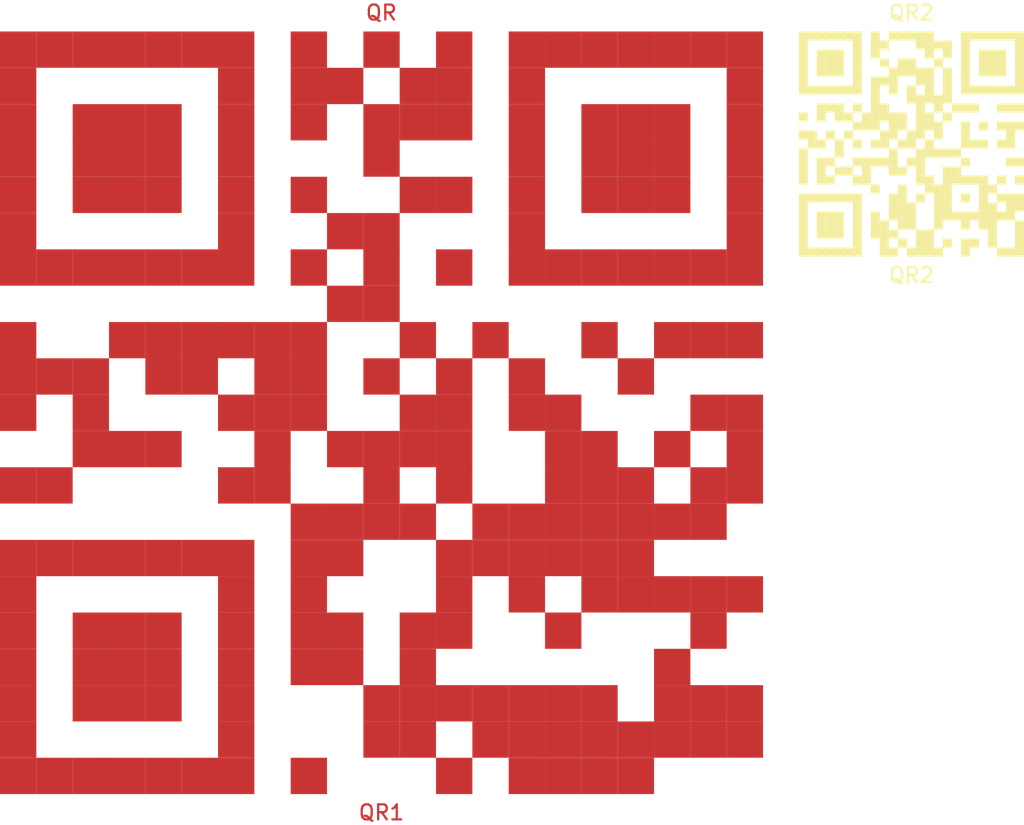
<source format=kicad_pcb>
(kicad_pcb (version 20211014) (generator pcbnew)
  (title_block (title "QR PCB") (rev "B"))
  (layers (0 "F.Cu" signal) (1 "In1.Cu" signal) (2 "In2.Cu" signal) (31 "B.Cu" signal) (34 "B.Paste" user) (35 "F.Paste" user) (36 "B.SilkS" user "B.Silkscreen") (37 "F.SilkS" user "F.Silkscreen") (38 "B.Mask" user) (39 "F.Mask" user) (44 "Edge.Cuts" user))
  (net 0 "")
  (footprint "qr:QR" (layer "F.Cu") (at 65.8 96.9)
    (fp_text reference "QR1" (at 0 26.65) (layer "F.Cu"))
    (fp_text value "QR" (at 0 -26.65) (layer "F.Cu"))
    (fp_poly (pts (xy 1.22 6.06) (xy 1.22 8.48) (xy 3.64 8.48) (xy 3.64 6.06)) (layer "F.Cu") (width 0) (fill solid))
    (fp_poly (pts (xy -20.56 -10.88) (xy -20.56 -8.46) (xy -18.14 -8.46) (xy -18.14 -10.88)) (layer "F.Cu") (width 0) (fill solid))
    (fp_poly (pts (xy -8.46 3.64) (xy -8.46 6.06) (xy -6.04 6.06) (xy -6.04 3.64)) (layer "F.Cu") (width 0) (fill solid))
    (fp_poly (pts (xy 23 -22.98) (xy 23 -20.56) (xy 25.42 -20.56) (xy 25.42 -22.98)) (layer "F.Cu") (width 0) (fill solid))
    (fp_poly (pts (xy 1.22 13.32) (xy 1.22 15.74) (xy 3.64 15.74) (xy 3.64 13.32)) (layer "F.Cu") (width 0) (fill solid))
    (fp_poly (pts (xy 23 -6.04) (xy 23 -3.62) (xy 25.42 -3.62) (xy 25.42 -6.04)) (layer "F.Cu") (width 0) (fill solid))
    (fp_poly (pts (xy 10.9 -10.88) (xy 10.9 -8.46) (xy 13.32 -8.46) (xy 13.32 -10.88)) (layer "F.Cu") (width 0) (fill solid))
    (fp_poly (pts (xy 15.74 6.06) (xy 15.74 8.48) (xy 18.16 8.48) (xy 18.16 6.06)) (layer "F.Cu") (width 0) (fill solid))
    (fp_poly (pts (xy 20.58 -25.4) (xy 20.58 -22.98) (xy 23 -22.98) (xy 23 -25.4)) (layer "F.Cu") (width 0) (fill solid))
    (fp_poly (pts (xy 3.64 -25.4) (xy 3.64 -22.98) (xy 6.06 -22.98) (xy 6.06 -25.4)) (layer "F.Cu") (width 0) (fill solid))
    (fp_poly (pts (xy 20.58 13.32) (xy 20.58 15.74) (xy 23 15.74) (xy 23 13.32)) (layer "F.Cu") (width 0) (fill solid))
    (fp_poly (pts (xy -3.62 -13.3) (xy -3.62 -10.88) (xy -1.2 -10.88) (xy -1.2 -13.3)) (layer "F.Cu") (width 0) (fill solid))
    (fp_poly (pts (xy -3.62 -22.98) (xy -3.62 -20.56) (xy -1.2 -20.56) (xy -1.2 -22.98)) (layer "F.Cu") (width 0) (fill solid))
    (fp_poly (pts (xy 1.22 15.74) (xy 1.22 18.16) (xy 3.64 18.16) (xy 3.64 15.74)) (layer "F.Cu") (width 0) (fill solid))
    (fp_poly (pts (xy -20.56 15.74) (xy -20.56 18.16) (xy -18.14 18.16) (xy -18.14 15.74)) (layer "F.Cu") (width 0) (fill solid))
    (fp_poly (pts (xy 6.06 8.48) (xy 6.06 10.9) (xy 8.48 10.9) (xy 8.48 8.48)) (layer "F.Cu") (width 0) (fill solid))
    (fp_poly (pts (xy 18.16 -6.04) (xy 18.16 -3.62) (xy 20.58 -3.62) (xy 20.58 -6.04)) (layer "F.Cu") (width 0) (fill solid))
    (fp_poly (pts (xy 8.48 23) (xy 8.48 25.42) (xy 10.9 25.42) (xy 10.9 23)) (layer "F.Cu") (width 0) (fill solid))
    (fp_poly (pts (xy -18.14 1.22) (xy -18.14 3.64) (xy -15.72 3.64) (xy -15.72 1.22)) (layer "F.Cu") (width 0) (fill solid))
    (fp_poly (pts (xy -10.88 18.16) (xy -10.88 20.58) (xy -8.46 20.58) (xy -8.46 18.16)) (layer "F.Cu") (width 0) (fill solid))
    (fp_poly (pts (xy 1.22 -6.04) (xy 1.22 -3.62) (xy 3.64 -3.62) (xy 3.64 -6.04)) (layer "F.Cu") (width 0) (fill solid))
    (fp_poly (pts (xy -18.14 -18.14) (xy -18.14 -15.72) (xy -15.72 -15.72) (xy -15.72 -18.14)) (layer "F.Cu") (width 0) (fill solid))
    (fp_poly (pts (xy -6.04 -22.98) (xy -6.04 -20.56) (xy -3.62 -20.56) (xy -3.62 -22.98)) (layer "F.Cu") (width 0) (fill solid))
    (fp_poly (pts (xy 8.48 -15.72) (xy 8.48 -13.3) (xy 10.9 -13.3) (xy 10.9 -15.72)) (layer "F.Cu") (width 0) (fill solid))
    (fp_poly (pts (xy -13.3 -10.88) (xy -13.3 -8.46) (xy -10.88 -8.46) (xy -10.88 -10.88)) (layer "F.Cu") (width 0) (fill solid))
    (fp_poly (pts (xy -3.62 15.74) (xy -3.62 18.16) (xy -1.2 18.16) (xy -1.2 15.74)) (layer "F.Cu") (width 0) (fill solid))
    (fp_poly (pts (xy -25.4 -15.72) (xy -25.4 -13.3) (xy -22.98 -13.3) (xy -22.98 -15.72)) (layer "F.Cu") (width 0) (fill solid))
    (fp_poly (pts (xy -18.14 15.74) (xy -18.14 18.16) (xy -15.72 18.16) (xy -15.72 15.74)) (layer "F.Cu") (width 0) (fill solid))
    (fp_poly (pts (xy -20.56 -18.14) (xy -20.56 -15.72) (xy -18.14 -15.72) (xy -18.14 -18.14)) (layer "F.Cu") (width 0) (fill solid))
    (fp_poly (pts (xy 3.64 10.9) (xy 3.64 13.32) (xy 6.06 13.32) (xy 6.06 10.9)) (layer "F.Cu") (width 0) (fill solid))
    (fp_poly (pts (xy -8.46 1.22) (xy -8.46 3.64) (xy -6.04 3.64) (xy -6.04 1.22)) (layer "F.Cu") (width 0) (fill solid))
    (fp_poly (pts (xy -25.4 10.9) (xy -25.4 13.32) (xy -22.98 13.32) (xy -22.98 10.9)) (layer "F.Cu") (width 0) (fill solid))
    (fp_poly (pts (xy -25.4 3.64) (xy -25.4 6.06) (xy -22.98 6.06) (xy -22.98 3.64)) (layer "F.Cu") (width 0) (fill solid))
    (fp_poly (pts (xy 10.9 20.58) (xy 10.9 23) (xy 13.32 23) (xy 13.32 20.58)) (layer "F.Cu") (width 0) (fill solid))
    (fp_poly (pts (xy -15.72 -25.4) (xy -15.72 -22.98) (xy -13.3 -22.98) (xy -13.3 -25.4)) (layer "F.Cu") (width 0) (fill solid))
    (fp_poly (pts (xy 15.74 -3.62) (xy 15.74 -1.2) (xy 18.16 -1.2) (xy 18.16 -3.62)) (layer "F.Cu") (width 0) (fill solid))
    (fp_poly (pts (xy 20.58 -6.04) (xy 20.58 -3.62) (xy 23 -3.62) (xy 23 -6.04)) (layer "F.Cu") (width 0) (fill solid))
    (fp_poly (pts (xy -25.4 -18.14) (xy -25.4 -15.72) (xy -22.98 -15.72) (xy -22.98 -18.14)) (layer "F.Cu") (width 0) (fill solid))
    (fp_poly (pts (xy 6.06 6.06) (xy 6.06 8.48) (xy 8.48 8.48) (xy 8.48 6.06)) (layer "F.Cu") (width 0) (fill solid))
    (fp_poly (pts (xy 8.48 -22.98) (xy 8.48 -20.56) (xy 10.9 -20.56) (xy 10.9 -22.98)) (layer "F.Cu") (width 0) (fill solid))
    (fp_poly (pts (xy 18.16 1.22) (xy 18.16 3.64) (xy 20.58 3.64) (xy 20.58 1.22)) (layer "F.Cu") (width 0) (fill solid))
    (fp_poly (pts (xy -25.4 -1.2) (xy -25.4 1.22) (xy -22.98 1.22) (xy -22.98 -1.2)) (layer "F.Cu") (width 0) (fill solid))
    (fp_poly (pts (xy 1.22 -20.56) (xy 1.22 -18.14) (xy 3.64 -18.14) (xy 3.64 -20.56)) (layer "F.Cu") (width 0) (fill solid))
    (fp_poly (pts (xy -6.04 13.32) (xy -6.04 15.74) (xy -3.62 15.74) (xy -3.62 13.32)) (layer "F.Cu") (width 0) (fill solid))
    (fp_poly (pts (xy -25.4 13.32) (xy -25.4 15.74) (xy -22.98 15.74) (xy -22.98 13.32)) (layer "F.Cu") (width 0) (fill solid))
    (fp_poly (pts (xy -10.88 -22.98) (xy -10.88 -20.56) (xy -8.46 -20.56) (xy -8.46 -22.98)) (layer "F.Cu") (width 0) (fill solid))
    (fp_poly (pts (xy -22.98 8.48) (xy -22.98 10.9) (xy -20.56 10.9) (xy -20.56 8.48)) (layer "F.Cu") (width 0) (fill solid))
    (fp_poly (pts (xy 18.16 -18.14) (xy 18.16 -15.72) (xy 20.58 -15.72) (xy 20.58 -18.14)) (layer "F.Cu") (width 0) (fill solid))
    (fp_poly (pts (xy -1.2 20.58) (xy -1.2 23) (xy 1.22 23) (xy 1.22 20.58)) (layer "F.Cu") (width 0) (fill solid))
    (fp_poly (pts (xy 10.9 3.64) (xy 10.9 6.06) (xy 13.32 6.06) (xy 13.32 3.64)) (layer "F.Cu") (width 0) (fill solid))
    (fp_poly (pts (xy 6.06 20.58) (xy 6.06 23) (xy 8.48 23) (xy 8.48 20.58)) (layer "F.Cu") (width 0) (fill solid))
    (fp_poly (pts (xy -13.3 8.48) (xy -13.3 10.9) (xy -10.88 10.9) (xy -10.88 8.48)) (layer "F.Cu") (width 0) (fill solid))
    (fp_poly (pts (xy -6.04 -25.4) (xy -6.04 -22.98) (xy -3.62 -22.98) (xy -3.62 -25.4)) (layer "F.Cu") (width 0) (fill solid))
    (fp_poly (pts (xy 13.32 -6.04) (xy 13.32 -3.62) (xy 15.74 -3.62) (xy 15.74 -6.04)) (layer "F.Cu") (width 0) (fill solid))
    (fp_poly (pts (xy -15.72 -20.56) (xy -15.72 -18.14) (xy -13.3 -18.14) (xy -13.3 -20.56)) (layer "F.Cu") (width 0) (fill solid))
    (fp_poly (pts (xy -22.98 -25.4) (xy -22.98 -22.98) (xy -20.56 -22.98) (xy -20.56 -25.4)) (layer "F.Cu") (width 0) (fill solid))
    (fp_poly (pts (xy 23 1.22) (xy 23 3.64) (xy 25.42 3.64) (xy 25.42 1.22)) (layer "F.Cu") (width 0) (fill solid))
    (fp_poly (pts (xy 15.74 8.48) (xy 15.74 10.9) (xy 18.16 10.9) (xy 18.16 8.48)) (layer "F.Cu") (width 0) (fill solid))
    (fp_poly (pts (xy 15.74 20.58) (xy 15.74 23) (xy 18.16 23) (xy 18.16 20.58)) (layer "F.Cu") (width 0) (fill solid))
    (fp_poly (pts (xy 10.9 13.32) (xy 10.9 15.74) (xy 13.32 15.74) (xy 13.32 13.32)) (layer "F.Cu") (width 0) (fill solid))
    (fp_poly (pts (xy 13.32 1.22) (xy 13.32 3.64) (xy 15.74 3.64) (xy 15.74 1.22)) (layer "F.Cu") (width 0) (fill solid))
    (fp_poly (pts (xy 23 -1.2) (xy 23 1.22) (xy 25.42 1.22) (xy 25.42 -1.2)) (layer "F.Cu") (width 0) (fill solid))
    (fp_poly (pts (xy -6.04 -3.62) (xy -6.04 -1.2) (xy -3.62 -1.2) (xy -3.62 -3.62)) (layer "F.Cu") (width 0) (fill solid))
    (fp_poly (pts (xy -20.56 -25.4) (xy -20.56 -22.98) (xy -18.14 -22.98) (xy -18.14 -25.4)) (layer "F.Cu") (width 0) (fill solid))
    (fp_poly (pts (xy -6.04 10.9) (xy -6.04 13.32) (xy -3.62 13.32) (xy -3.62 10.9)) (layer "F.Cu") (width 0) (fill solid))
    (fp_poly (pts (xy -25.4 23) (xy -25.4 25.42) (xy -22.98 25.42) (xy -22.98 23)) (layer "F.Cu") (width 0) (fill solid))
    (fp_poly (pts (xy -1.2 1.22) (xy -1.2 3.64) (xy 1.22 3.64) (xy 1.22 1.22)) (layer "F.Cu") (width 0) (fill solid))
    (fp_poly (pts (xy 23 -25.4) (xy 23 -22.98) (xy 25.42 -22.98) (xy 25.42 -25.4)) (layer "F.Cu") (width 0) (fill solid))
    (fp_poly (pts (xy 10.9 -1.2) (xy 10.9 1.22) (xy 13.32 1.22) (xy 13.32 -1.2)) (layer "F.Cu") (width 0) (fill solid))
    (fp_poly (pts (xy -13.3 23) (xy -13.3 25.42) (xy -10.88 25.42) (xy -10.88 23)) (layer "F.Cu") (width 0) (fill solid))
    (fp_poly (pts (xy -15.72 18.16) (xy -15.72 20.58) (xy -13.3 20.58) (xy -13.3 18.16)) (layer "F.Cu") (width 0) (fill solid))
    (fp_poly (pts (xy 8.48 -10.88) (xy 8.48 -8.46) (xy 10.9 -8.46) (xy 10.9 -10.88)) (layer "F.Cu") (width 0) (fill solid))
    (fp_poly (pts (xy 13.32 6.06) (xy 13.32 8.48) (xy 15.74 8.48) (xy 15.74 6.06)) (layer "F.Cu") (width 0) (fill solid))
    (fp_poly (pts (xy -15.72 13.32) (xy -15.72 15.74) (xy -13.3 15.74) (xy -13.3 13.32)) (layer "F.Cu") (width 0) (fill solid))
    (fp_poly (pts (xy -18.14 -10.88) (xy -18.14 -8.46) (xy -15.72 -8.46) (xy -15.72 -10.88)) (layer "F.Cu") (width 0) (fill solid))
    (fp_poly (pts (xy -20.56 23) (xy -20.56 25.42) (xy -18.14 25.42) (xy -18.14 23)) (layer "F.Cu") (width 0) (fill solid))
    (fp_poly (pts (xy 13.32 -10.88) (xy 13.32 -8.46) (xy 15.74 -8.46) (xy 15.74 -10.88)) (layer "F.Cu") (width 0) (fill solid))
    (fp_poly (pts (xy -10.88 20.58) (xy -10.88 23) (xy -8.46 23) (xy -8.46 20.58)) (layer "F.Cu") (width 0) (fill solid))
    (fp_poly (pts (xy 23 -18.14) (xy 23 -15.72) (xy 25.42 -15.72) (xy 25.42 -18.14)) (layer "F.Cu") (width 0) (fill solid))
    (fp_poly (pts (xy 23 18.16) (xy 23 20.58) (xy 25.42 20.58) (xy 25.42 18.16)) (layer "F.Cu") (width 0) (fill solid))
    (fp_poly (pts (xy 20.58 6.06) (xy 20.58 8.48) (xy 23 8.48) (xy 23 6.06)) (layer "F.Cu") (width 0) (fill solid))
    (fp_poly (pts (xy 3.64 23) (xy 3.64 25.42) (xy 6.06 25.42) (xy 6.06 23)) (layer "F.Cu") (width 0) (fill solid))
    (fp_poly (pts (xy 8.48 -20.56) (xy 8.48 -18.14) (xy 10.9 -18.14) (xy 10.9 -20.56)) (layer "F.Cu") (width 0) (fill solid))
    (fp_poly (pts (xy 8.48 -18.14) (xy 8.48 -15.72) (xy 10.9 -15.72) (xy 10.9 -18.14)) (layer "F.Cu") (width 0) (fill solid))
    (fp_poly (pts (xy 3.64 -20.56) (xy 3.64 -18.14) (xy 6.06 -18.14) (xy 6.06 -20.56)) (layer "F.Cu") (width 0) (fill solid))
    (fp_poly (pts (xy 8.48 18.16) (xy 8.48 20.58) (xy 10.9 20.58) (xy 10.9 18.16)) (layer "F.Cu") (width 0) (fill solid))
    (fp_poly (pts (xy -1.2 -10.88) (xy -1.2 -8.46) (xy 1.22 -8.46) (xy 1.22 -10.88)) (layer "F.Cu") (width 0) (fill solid))
    (fp_poly (pts (xy 13.32 3.64) (xy 13.32 6.06) (xy 15.74 6.06) (xy 15.74 3.64)) (layer "F.Cu") (width 0) (fill solid))
    (fp_poly (pts (xy 13.32 -25.4) (xy 13.32 -22.98) (xy 15.74 -22.98) (xy 15.74 -25.4)) (layer "F.Cu") (width 0) (fill solid))
    (fp_poly (pts (xy -22.98 -3.62) (xy -22.98 -1.2) (xy -20.56 -1.2) (xy -20.56 -3.62)) (layer "F.Cu") (width 0) (fill solid))
    (fp_poly (pts (xy 20.58 3.64) (xy 20.58 6.06) (xy 23 6.06) (xy 23 3.64)) (layer "F.Cu") (width 0) (fill solid))
    (fp_poly (pts (xy -10.88 8.48) (xy -10.88 10.9) (xy -8.46 10.9) (xy -8.46 8.48)) (layer "F.Cu") (width 0) (fill solid))
    (fp_poly (pts (xy -18.14 -25.4) (xy -18.14 -22.98) (xy -15.72 -22.98) (xy -15.72 -25.4)) (layer "F.Cu") (width 0) (fill solid))
    (fp_poly (pts (xy 3.64 1.22) (xy 3.64 3.64) (xy 6.06 3.64) (xy 6.06 1.22)) (layer "F.Cu") (width 0) (fill solid))
    (fp_poly (pts (xy 18.16 -15.72) (xy 18.16 -13.3) (xy 20.58 -13.3) (xy 20.58 -15.72)) (layer "F.Cu") (width 0) (fill solid))
    (fp_poly (pts (xy -20.56 8.48) (xy -20.56 10.9) (xy -18.14 10.9) (xy -18.14 8.48)) (layer "F.Cu") (width 0) (fill solid))
    (fp_poly (pts (xy 20.58 20.58) (xy 20.58 23) (xy 23 23) (xy 23 20.58)) (layer "F.Cu") (width 0) (fill solid))
    (fp_poly (pts (xy 18.16 10.9) (xy 18.16 13.32) (xy 20.58 13.32) (xy 20.58 10.9)) (layer "F.Cu") (width 0) (fill solid))
    (fp_poly (pts (xy -18.14 -20.56) (xy -18.14 -18.14) (xy -15.72 -18.14) (xy -15.72 -20.56)) (layer "F.Cu") (width 0) (fill solid))
    (fp_poly (pts (xy 15.74 -25.4) (xy 15.74 -22.98) (xy 18.16 -22.98) (xy 18.16 -25.4)) (layer "F.Cu") (width 0) (fill solid))
    (fp_poly (pts (xy -15.72 -6.04) (xy -15.72 -3.62) (xy -13.3 -3.62) (xy -13.3 -6.04)) (layer "F.Cu") (width 0) (fill solid))
    (fp_poly (pts (xy 3.64 18.16) (xy 3.64 20.58) (xy 6.06 20.58) (xy 6.06 18.16)) (layer "F.Cu") (width 0) (fill solid))
    (fp_poly (pts (xy -22.98 3.64) (xy -22.98 6.06) (xy -20.56 6.06) (xy -20.56 3.64)) (layer "F.Cu") (width 0) (fill solid))
    (fp_poly (pts (xy 15.74 -18.14) (xy 15.74 -15.72) (xy 18.16 -15.72) (xy 18.16 -18.14)) (layer "F.Cu") (width 0) (fill solid))
    (fp_poly (pts (xy 20.58 10.9) (xy 20.58 13.32) (xy 23 13.32) (xy 23 10.9)) (layer "F.Cu") (width 0) (fill solid))
    (fp_poly (pts (xy -1.2 -20.56) (xy -1.2 -18.14) (xy 1.22 -18.14) (xy 1.22 -20.56)) (layer "F.Cu") (width 0) (fill solid))
    (fp_poly (pts (xy 6.06 18.16) (xy 6.06 20.58) (xy 8.48 20.58) (xy 8.48 18.16)) (layer "F.Cu") (width 0) (fill solid))
    (fp_poly (pts (xy -3.62 -8.46) (xy -3.62 -6.04) (xy -1.2 -6.04) (xy -1.2 -8.46)) (layer "F.Cu") (width 0) (fill solid))
    (fp_poly (pts (xy -10.88 -18.14) (xy -10.88 -15.72) (xy -8.46 -15.72) (xy -8.46 -18.14)) (layer "F.Cu") (width 0) (fill solid))
    (fp_poly (pts (xy 18.16 15.74) (xy 18.16 18.16) (xy 20.58 18.16) (xy 20.58 15.74)) (layer "F.Cu") (width 0) (fill solid))
    (fp_poly (pts (xy 20.58 -10.88) (xy 20.58 -8.46) (xy 23 -8.46) (xy 23 -10.88)) (layer "F.Cu") (width 0) (fill solid))
    (fp_poly (pts (xy -1.2 18.16) (xy -1.2 20.58) (xy 1.22 20.58) (xy 1.22 18.16)) (layer "F.Cu") (width 0) (fill solid))
    (fp_poly (pts (xy 10.9 23) (xy 10.9 25.42) (xy 13.32 25.42) (xy 13.32 23)) (layer "F.Cu") (width 0) (fill solid))
    (fp_poly (pts (xy 8.48 -13.3) (xy 8.48 -10.88) (xy 10.9 -10.88) (xy 10.9 -13.3)) (layer "F.Cu") (width 0) (fill solid))
    (fp_poly (pts (xy 13.32 23) (xy 13.32 25.42) (xy 15.74 25.42) (xy 15.74 23)) (layer "F.Cu") (width 0) (fill solid))
    (fp_poly (pts (xy 18.16 20.58) (xy 18.16 23) (xy 20.58 23) (xy 20.58 20.58)) (layer "F.Cu") (width 0) (fill solid))
    (fp_poly (pts (xy 15.74 -10.88) (xy 15.74 -8.46) (xy 18.16 -8.46) (xy 18.16 -10.88)) (layer "F.Cu") (width 0) (fill solid))
    (fp_poly (pts (xy 10.9 1.22) (xy 10.9 3.64) (xy 13.32 3.64) (xy 13.32 1.22)) (layer "F.Cu") (width 0) (fill solid))
    (fp_poly (pts (xy 13.32 -15.72) (xy 13.32 -13.3) (xy 15.74 -13.3) (xy 15.74 -15.72)) (layer "F.Cu") (width 0) (fill solid))
    (fp_poly (pts (xy -15.72 23) (xy -15.72 25.42) (xy -13.3 25.42) (xy -13.3 23)) (layer "F.Cu") (width 0) (fill solid))
    (fp_poly (pts (xy -6.04 -15.72) (xy -6.04 -13.3) (xy -3.62 -13.3) (xy -3.62 -15.72)) (layer "F.Cu") (width 0) (fill solid))
    (fp_poly (pts (xy 8.48 10.9) (xy 8.48 13.32) (xy 10.9 13.32) (xy 10.9 10.9)) (layer "F.Cu") (width 0) (fill solid))
    (fp_poly (pts (xy -25.4 8.48) (xy -25.4 10.9) (xy -22.98 10.9) (xy -22.98 8.48)) (layer "F.Cu") (width 0) (fill solid))
    (fp_poly (pts (xy 15.74 -20.56) (xy 15.74 -18.14) (xy 18.16 -18.14) (xy 18.16 -20.56)) (layer "F.Cu") (width 0) (fill solid))
    (fp_poly (pts (xy -15.72 1.22) (xy -15.72 3.64) (xy -13.3 3.64) (xy -13.3 1.22)) (layer "F.Cu") (width 0) (fill solid))
    (fp_poly (pts (xy -25.4 -10.88) (xy -25.4 -8.46) (xy -22.98 -8.46) (xy -22.98 -10.88)) (layer "F.Cu") (width 0) (fill solid))
    (fp_poly (pts (xy 15.74 10.9) (xy 15.74 13.32) (xy 18.16 13.32) (xy 18.16 10.9)) (layer "F.Cu") (width 0) (fill solid))
    (fp_poly (pts (xy 20.58 -1.2) (xy 20.58 1.22) (xy 23 1.22) (xy 23 -1.2)) (layer "F.Cu") (width 0) (fill solid))
    (fp_poly (pts (xy 18.16 6.06) (xy 18.16 8.48) (xy 20.58 8.48) (xy 20.58 6.06)) (layer "F.Cu") (width 0) (fill solid))
    (fp_poly (pts (xy 3.64 8.48) (xy 3.64 10.9) (xy 6.06 10.9) (xy 6.06 8.48)) (layer "F.Cu") (width 0) (fill solid))
    (fp_poly (pts (xy -25.4 18.16) (xy -25.4 20.58) (xy -22.98 20.58) (xy -22.98 18.16)) (layer "F.Cu") (width 0) (fill solid))
    (fp_poly (pts (xy -8.46 -6.04) (xy -8.46 -3.62) (xy -6.04 -3.62) (xy -6.04 -6.04)) (layer "F.Cu") (width 0) (fill solid))
    (fp_poly (pts (xy -25.4 -22.98) (xy -25.4 -20.56) (xy -22.98 -20.56) (xy -22.98 -22.98)) (layer "F.Cu") (width 0) (fill solid))
    (fp_poly (pts (xy -18.14 8.48) (xy -18.14 10.9) (xy -15.72 10.9) (xy -15.72 8.48)) (layer "F.Cu") (width 0) (fill solid))
    (fp_poly (pts (xy 13.32 -20.56) (xy 13.32 -18.14) (xy 15.74 -18.14) (xy 15.74 -20.56)) (layer "F.Cu") (width 0) (fill solid))
    (fp_poly (pts (xy -10.88 -10.88) (xy -10.88 -8.46) (xy -8.46 -8.46) (xy -8.46 -10.88)) (layer "F.Cu") (width 0) (fill solid))
    (fp_poly (pts (xy 1.22 20.58) (xy 1.22 23) (xy 3.64 23) (xy 3.64 20.58)) (layer "F.Cu") (width 0) (fill solid))
    (fp_poly (pts (xy -1.2 -25.4) (xy -1.2 -22.98) (xy 1.22 -22.98) (xy 1.22 -25.4)) (layer "F.Cu") (width 0) (fill solid))
    (fp_poly (pts (xy 23 -13.3) (xy 23 -10.88) (xy 25.42 -10.88) (xy 25.42 -13.3)) (layer "F.Cu") (width 0) (fill solid))
    (fp_poly (pts (xy -1.2 -3.62) (xy -1.2 -1.2) (xy 1.22 -1.2) (xy 1.22 -3.62)) (layer "F.Cu") (width 0) (fill solid))
    (fp_poly (pts (xy 1.22 1.22) (xy 1.22 3.64) (xy 3.64 3.64) (xy 3.64 1.22)) (layer "F.Cu") (width 0) (fill solid))
    (fp_poly (pts (xy -25.4 -3.62) (xy -25.4 -1.2) (xy -22.98 -1.2) (xy -22.98 -3.62)) (layer "F.Cu") (width 0) (fill solid))
    (fp_poly (pts (xy -20.56 -20.56) (xy -20.56 -18.14) (xy -18.14 -18.14) (xy -18.14 -20.56)) (layer "F.Cu") (width 0) (fill solid))
    (fp_poly (pts (xy 3.64 3.64) (xy 3.64 6.06) (xy 6.06 6.06) (xy 6.06 3.64)) (layer "F.Cu") (width 0) (fill solid))
    (fp_poly (pts (xy -20.56 1.22) (xy -20.56 3.64) (xy -18.14 3.64) (xy -18.14 1.22)) (layer "F.Cu") (width 0) (fill solid))
    (fp_poly (pts (xy -1.2 -8.46) (xy -1.2 -6.04) (xy 1.22 -6.04) (xy 1.22 -8.46)) (layer "F.Cu") (width 0) (fill solid))
    (fp_poly (pts (xy 13.32 10.9) (xy 13.32 13.32) (xy 15.74 13.32) (xy 15.74 10.9)) (layer "F.Cu") (width 0) (fill solid))
    (fp_poly (pts (xy 8.48 8.48) (xy 8.48 10.9) (xy 10.9 10.9) (xy 10.9 8.48)) (layer "F.Cu") (width 0) (fill solid))
    (fp_poly (pts (xy -15.72 15.74) (xy -15.72 18.16) (xy -13.3 18.16) (xy -13.3 15.74)) (layer "F.Cu") (width 0) (fill solid))
    (fp_poly (pts (xy -10.88 13.32) (xy -10.88 15.74) (xy -8.46 15.74) (xy -8.46 13.32)) (layer "F.Cu") (width 0) (fill solid))
    (fp_poly (pts (xy -10.88 -13.3) (xy -10.88 -10.88) (xy -8.46 -10.88) (xy -8.46 -13.3)) (layer "F.Cu") (width 0) (fill solid))
    (fp_poly (pts (xy 10.9 8.48) (xy 10.9 10.9) (xy 13.32 10.9) (xy 13.32 8.48)) (layer "F.Cu") (width 0) (fill solid))
    (fp_poly (pts (xy 18.16 -25.4) (xy 18.16 -22.98) (xy 20.58 -22.98) (xy 20.58 -25.4)) (layer "F.Cu") (width 0) (fill solid))
    (fp_poly (pts (xy -3.62 6.06) (xy -3.62 8.48) (xy -1.2 8.48) (xy -1.2 6.06)) (layer "F.Cu") (width 0) (fill solid))
    (fp_poly (pts (xy -20.56 13.32) (xy -20.56 15.74) (xy -18.14 15.74) (xy -18.14 13.32)) (layer "F.Cu") (width 0) (fill solid))
    (fp_poly (pts (xy 18.16 -20.56) (xy 18.16 -18.14) (xy 20.58 -18.14) (xy 20.58 -20.56)) (layer "F.Cu") (width 0) (fill solid))
    (fp_poly (pts (xy 23 3.64) (xy 23 6.06) (xy 25.42 6.06) (xy 25.42 3.64)) (layer "F.Cu") (width 0) (fill solid))
    (fp_poly (pts (xy -25.4 -6.04) (xy -25.4 -3.62) (xy -22.98 -3.62) (xy -22.98 -6.04)) (layer "F.Cu") (width 0) (fill solid))
    (fp_poly (pts (xy 8.48 -25.4) (xy 8.48 -22.98) (xy 10.9 -22.98) (xy 10.9 -25.4)) (layer "F.Cu") (width 0) (fill solid))
    (fp_poly (pts (xy -15.72 -3.62) (xy -15.72 -1.2) (xy -13.3 -1.2) (xy -13.3 -3.62)) (layer "F.Cu") (width 0) (fill solid))
    (fp_poly (pts (xy -18.14 -15.72) (xy -18.14 -13.3) (xy -15.72 -13.3) (xy -15.72 -15.72)) (layer "F.Cu") (width 0) (fill solid))
    (fp_poly (pts (xy -3.62 13.32) (xy -3.62 15.74) (xy -1.2 15.74) (xy -1.2 13.32)) (layer "F.Cu") (width 0) (fill solid))
    (fp_poly (pts (xy 6.06 -6.04) (xy 6.06 -3.62) (xy 8.48 -3.62) (xy 8.48 -6.04)) (layer "F.Cu") (width 0) (fill solid))
    (fp_poly (pts (xy 20.58 18.16) (xy 20.58 20.58) (xy 23 20.58) (xy 23 18.16)) (layer "F.Cu") (width 0) (fill solid))
    (fp_poly (pts (xy -3.62 1.22) (xy -3.62 3.64) (xy -1.2 3.64) (xy -1.2 1.22)) (layer "F.Cu") (width 0) (fill solid))
    (fp_poly (pts (xy -15.72 -10.88) (xy -15.72 -8.46) (xy -13.3 -8.46) (xy -13.3 -10.88)) (layer "F.Cu") (width 0) (fill solid))
    (fp_poly (pts (xy 18.16 18.16) (xy 18.16 20.58) (xy 20.58 20.58) (xy 20.58 18.16)) (layer "F.Cu") (width 0) (fill solid))
    (fp_poly (pts (xy -18.14 13.32) (xy -18.14 15.74) (xy -15.72 15.74) (xy -15.72 13.32)) (layer "F.Cu") (width 0) (fill solid))
    (fp_poly (pts (xy 3.64 -22.98) (xy 3.64 -20.56) (xy 6.06 -20.56) (xy 6.06 -22.98)) (layer "F.Cu") (width 0) (fill solid))
    (fp_poly (pts (xy -1.2 -13.3) (xy -1.2 -10.88) (xy 1.22 -10.88) (xy 1.22 -13.3)) (layer "F.Cu") (width 0) (fill solid))
    (fp_poly (pts (xy -25.4 20.58) (xy -25.4 23) (xy -22.98 23) (xy -22.98 20.58)) (layer "F.Cu") (width 0) (fill solid))
    (fp_poly (pts (xy -8.46 -1.2) (xy -8.46 1.22) (xy -6.04 1.22) (xy -6.04 -1.2)) (layer "F.Cu") (width 0) (fill solid))
    (fp_poly (pts (xy 1.22 18.16) (xy 1.22 20.58) (xy 3.64 20.58) (xy 3.64 18.16)) (layer "F.Cu") (width 0) (fill solid))
    (fp_poly (pts (xy -25.4 -13.3) (xy -25.4 -10.88) (xy -22.98 -10.88) (xy -22.98 -13.3)) (layer "F.Cu") (width 0) (fill solid))
    (fp_poly (pts (xy -6.04 -20.56) (xy -6.04 -18.14) (xy -3.62 -18.14) (xy -3.62 -20.56)) (layer "F.Cu") (width 0) (fill solid))
    (fp_poly (pts (xy -15.72 8.48) (xy -15.72 10.9) (xy -13.3 10.9) (xy -13.3 8.48)) (layer "F.Cu") (width 0) (fill solid))
    (fp_poly (pts (xy 15.74 -15.72) (xy 15.74 -13.3) (xy 18.16 -13.3) (xy 18.16 -15.72)) (layer "F.Cu") (width 0) (fill solid))
    (fp_poly (pts (xy 15.74 3.64) (xy 15.74 6.06) (xy 18.16 6.06) (xy 18.16 3.64)) (layer "F.Cu") (width 0) (fill solid))
    (fp_poly (pts (xy -18.14 -6.04) (xy -18.14 -3.62) (xy -15.72 -3.62) (xy -15.72 -6.04)) (layer "F.Cu") (width 0) (fill solid))
    (fp_poly (pts (xy 3.64 -1.2) (xy 3.64 1.22) (xy 6.06 1.22) (xy 6.06 -1.2)) (layer "F.Cu") (width 0) (fill solid))
    (fp_poly (pts (xy -1.2 -18.14) (xy -1.2 -15.72) (xy 1.22 -15.72) (xy 1.22 -18.14)) (layer "F.Cu") (width 0) (fill solid))
    (fp_poly (pts (xy -1.2 3.64) (xy -1.2 6.06) (xy 1.22 6.06) (xy 1.22 3.64)) (layer "F.Cu") (width 0) (fill solid))
    (fp_poly (pts (xy 13.32 8.48) (xy 13.32 10.9) (xy 15.74 10.9) (xy 15.74 8.48)) (layer "F.Cu") (width 0) (fill solid))
    (fp_poly (pts (xy -6.04 8.48) (xy -6.04 10.9) (xy -3.62 10.9) (xy -3.62 8.48)) (layer "F.Cu") (width 0) (fill solid))
    (fp_poly (pts (xy -6.04 6.06) (xy -6.04 8.48) (xy -3.62 8.48) (xy -3.62 6.06)) (layer "F.Cu") (width 0) (fill solid))
    (fp_poly (pts (xy -10.88 23) (xy -10.88 25.42) (xy -8.46 25.42) (xy -8.46 23)) (layer "F.Cu") (width 0) (fill solid))
    (fp_poly (pts (xy -10.88 10.9) (xy -10.88 13.32) (xy -8.46 13.32) (xy -8.46 10.9)) (layer "F.Cu") (width 0) (fill solid))
    (fp_poly (pts (xy -10.88 3.64) (xy -10.88 6.06) (xy -8.46 6.06) (xy -8.46 3.64)) (layer "F.Cu") (width 0) (fill solid))
    (fp_poly (pts (xy 13.32 18.16) (xy 13.32 20.58) (xy 15.74 20.58) (xy 15.74 18.16)) (layer "F.Cu") (width 0) (fill solid))
    (fp_poly (pts (xy 3.64 -3.62) (xy 3.64 -1.2) (xy 6.06 -1.2) (xy 6.06 -3.62)) (layer "F.Cu") (width 0) (fill solid))
    (fp_poly (pts (xy -13.3 -6.04) (xy -13.3 -3.62) (xy -10.88 -3.62) (xy -10.88 -6.04)) (layer "F.Cu") (width 0) (fill solid))
    (fp_poly (pts (xy -10.88 15.74) (xy -10.88 18.16) (xy -8.46 18.16) (xy -8.46 15.74)) (layer "F.Cu") (width 0) (fill solid))
    (fp_poly (pts (xy -10.88 -1.2) (xy -10.88 1.22) (xy -8.46 1.22) (xy -8.46 -1.2)) (layer "F.Cu") (width 0) (fill solid))
    (fp_poly (pts (xy -6.04 -10.88) (xy -6.04 -8.46) (xy -3.62 -8.46) (xy -3.62 -10.88)) (layer "F.Cu") (width 0) (fill solid))
    (fp_poly (pts (xy 23 -20.56) (xy 23 -18.14) (xy 25.42 -18.14) (xy 25.42 -20.56)) (layer "F.Cu") (width 0) (fill solid))
    (fp_poly (pts (xy -20.56 -1.2) (xy -20.56 1.22) (xy -18.14 1.22) (xy -18.14 -1.2)) (layer "F.Cu") (width 0) (fill solid))
    (fp_poly (pts (xy -13.3 -3.62) (xy -13.3 -1.2) (xy -10.88 -1.2) (xy -10.88 -3.62)) (layer "F.Cu") (width 0) (fill solid))
    (fp_poly (pts (xy 10.9 -25.4) (xy 10.9 -22.98) (xy 13.32 -22.98) (xy 13.32 -25.4)) (layer "F.Cu") (width 0) (fill solid))
    (fp_poly (pts (xy -22.98 -10.88) (xy -22.98 -8.46) (xy -20.56 -8.46) (xy -20.56 -10.88)) (layer "F.Cu") (width 0) (fill solid))
    (fp_poly (pts (xy 13.32 -18.14) (xy 13.32 -15.72) (xy 15.74 -15.72) (xy 15.74 -18.14)) (layer "F.Cu") (width 0) (fill solid))
    (fp_poly (pts (xy 10.9 6.06) (xy 10.9 8.48) (xy 13.32 8.48) (xy 13.32 6.06)) (layer "F.Cu") (width 0) (fill solid))
    (fp_poly (pts (xy 13.32 20.58) (xy 13.32 23) (xy 15.74 23) (xy 15.74 20.58)) (layer "F.Cu") (width 0) (fill solid))
    (fp_poly (pts (xy -15.72 -15.72) (xy -15.72 -13.3) (xy -13.3 -13.3) (xy -13.3 -15.72)) (layer "F.Cu") (width 0) (fill solid))
    (fp_poly (pts (xy -6.04 15.74) (xy -6.04 18.16) (xy -3.62 18.16) (xy -3.62 15.74)) (layer "F.Cu") (width 0) (fill solid))
    (fp_poly (pts (xy -10.88 -20.56) (xy -10.88 -18.14) (xy -8.46 -18.14) (xy -8.46 -20.56)) (layer "F.Cu") (width 0) (fill solid))
    (fp_poly (pts (xy -10.88 -25.4) (xy -10.88 -22.98) (xy -8.46 -22.98) (xy -8.46 -25.4)) (layer "F.Cu") (width 0) (fill solid))
    (fp_poly (pts (xy -20.56 -3.62) (xy -20.56 -1.2) (xy -18.14 -1.2) (xy -18.14 -3.62)) (layer "F.Cu") (width 0) (fill solid))
    (fp_poly (pts (xy 23 -10.88) (xy 23 -8.46) (xy 25.42 -8.46) (xy 25.42 -10.88)) (layer "F.Cu") (width 0) (fill solid))
    (fp_poly (pts (xy -3.62 8.48) (xy -3.62 10.9) (xy -1.2 10.9) (xy -1.2 8.48)) (layer "F.Cu") (width 0) (fill solid))
    (fp_poly (pts (xy 8.48 -3.62) (xy 8.48 -1.2) (xy 10.9 -1.2) (xy 10.9 -3.62)) (layer "F.Cu") (width 0) (fill solid))
    (fp_poly (pts (xy 3.64 13.32) (xy 3.64 15.74) (xy 6.06 15.74) (xy 6.06 13.32)) (layer "F.Cu") (width 0) (fill solid))
    (fp_poly (pts (xy -6.04 -1.2) (xy -6.04 1.22) (xy -3.62 1.22) (xy -3.62 -1.2)) (layer "F.Cu") (width 0) (fill solid))
    (fp_poly (pts (xy 8.48 20.58) (xy 8.48 23) (xy 10.9 23) (xy 10.9 20.58)) (layer "F.Cu") (width 0) (fill solid))
    (fp_poly (pts (xy 3.64 -15.72) (xy 3.64 -13.3) (xy 6.06 -13.3) (xy 6.06 -15.72)) (layer "F.Cu") (width 0) (fill solid))
    (fp_poly (pts (xy 18.16 -10.88) (xy 18.16 -8.46) (xy 20.58 -8.46) (xy 20.58 -10.88)) (layer "F.Cu") (width 0) (fill solid))
    (fp_poly (pts (xy -10.88 -6.04) (xy -10.88 -3.62) (xy -8.46 -3.62) (xy -8.46 -6.04)) (layer "F.Cu") (width 0) (fill solid))
    (fp_poly (pts (xy 8.48 -1.2) (xy 8.48 1.22) (xy 10.9 1.22) (xy 10.9 -1.2)) (layer "F.Cu") (width 0) (fill solid))
    (fp_poly (pts (xy 15.74 23) (xy 15.74 25.42) (xy 18.16 25.42) (xy 18.16 23)) (layer "F.Cu") (width 0) (fill solid))
    (fp_poly (pts (xy -8.46 -3.62) (xy -8.46 -1.2) (xy -6.04 -1.2) (xy -6.04 -3.62)) (layer "F.Cu") (width 0) (fill solid))
    (fp_poly (pts (xy -15.72 -18.14) (xy -15.72 -15.72) (xy -13.3 -15.72) (xy -13.3 -18.14)) (layer "F.Cu") (width 0) (fill solid))
    (fp_poly (pts (xy -25.4 -20.56) (xy -25.4 -18.14) (xy -22.98 -18.14) (xy -22.98 -20.56)) (layer "F.Cu") (width 0) (fill solid))
    (fp_poly (pts (xy 1.22 -15.72) (xy 1.22 -13.3) (xy 3.64 -13.3) (xy 3.64 -15.72)) (layer "F.Cu") (width 0) (fill solid))
    (fp_poly (pts (xy -18.14 23) (xy -18.14 25.42) (xy -15.72 25.42) (xy -15.72 23)) (layer "F.Cu") (width 0) (fill solid))
    (fp_poly (pts (xy -10.88 -15.72) (xy -10.88 -13.3) (xy -8.46 -13.3) (xy -8.46 -15.72)) (layer "F.Cu") (width 0) (fill solid))
    (fp_poly (pts (xy 23 10.9) (xy 23 13.32) (xy 25.42 13.32) (xy 25.42 10.9)) (layer "F.Cu") (width 0) (fill solid))
    (fp_poly (pts (xy 1.22 -1.2) (xy 1.22 1.22) (xy 3.64 1.22) (xy 3.64 -1.2)) (layer "F.Cu") (width 0) (fill solid))
    (fp_poly (pts (xy 23 20.58) (xy 23 23) (xy 25.42 23) (xy 25.42 20.58)) (layer "F.Cu") (width 0) (fill solid))
    (fp_poly (pts (xy 3.64 -10.88) (xy 3.64 -8.46) (xy 6.06 -8.46) (xy 6.06 -10.88)) (layer "F.Cu") (width 0) (fill solid))
    (fp_poly (pts (xy -1.2 6.06) (xy -1.2 8.48) (xy 1.22 8.48) (xy 1.22 6.06)) (layer "F.Cu") (width 0) (fill solid))
    (fp_poly (pts (xy -13.3 -25.4) (xy -13.3 -22.98) (xy -10.88 -22.98) (xy -10.88 -25.4)) (layer "F.Cu") (width 0) (fill solid))
    (fp_poly (pts (xy -22.98 23) (xy -22.98 25.42) (xy -20.56 25.42) (xy -20.56 23)) (layer "F.Cu") (width 0) (fill solid))
    (fp_poly (pts (xy 10.9 18.16) (xy 10.9 20.58) (xy 13.32 20.58) (xy 13.32 18.16)) (layer "F.Cu") (width 0) (fill solid))
    (fp_poly (pts (xy -20.56 -15.72) (xy -20.56 -13.3) (xy -18.14 -13.3) (xy -18.14 -15.72)) (layer "F.Cu") (width 0) (fill solid))
    (fp_poly (pts (xy 8.48 6.06) (xy 8.48 8.48) (xy 10.9 8.48) (xy 10.9 6.06)) (layer "F.Cu") (width 0) (fill solid))
    (fp_poly (pts (xy 23 -15.72) (xy 23 -13.3) (xy 25.42 -13.3) (xy 25.42 -15.72)) (layer "F.Cu") (width 0) (fill solid))
    (fp_poly (pts (xy 1.22 -22.98) (xy 1.22 -20.56) (xy 3.64 -20.56) (xy 3.64 -22.98)) (layer "F.Cu") (width 0) (fill solid))
    (fp_poly (pts (xy -25.4 -25.4) (xy -25.4 -22.98) (xy -22.98 -22.98) (xy -22.98 -25.4)) (layer "F.Cu") (width 0) (fill solid))
    (fp_poly (pts (xy -6.04 23) (xy -6.04 25.42) (xy -3.62 25.42) (xy -3.62 23)) (layer "F.Cu") (width 0) (fill solid))
    (fp_poly (pts (xy -18.14 18.16) (xy -18.14 20.58) (xy -15.72 20.58) (xy -15.72 18.16)) (layer "F.Cu") (width 0) (fill solid))
    (fp_poly (pts (xy -20.56 18.16) (xy -20.56 20.58) (xy -18.14 20.58) (xy -18.14 18.16)) (layer "F.Cu") (width 0) (fill solid))
    (fp_poly (pts (xy -25.4 15.74) (xy -25.4 18.16) (xy -22.98 18.16) (xy -22.98 15.74)) (layer "F.Cu") (width 0) (fill solid))
    (fp_poly (pts (xy -6.04 -6.04) (xy -6.04 -3.62) (xy -3.62 -3.62) (xy -3.62 -6.04)) (layer "F.Cu") (width 0) (fill solid))
  )
  (footprint "qr:QR2" (layer "F.Cu") (at 101.1 79)
    (fp_text reference "QR2" (at 0 8.75) (layer "F.SilkS"))
    (fp_text value "QR2" (at 0 -8.75) (layer "F.SilkS"))
  )
)
</source>
